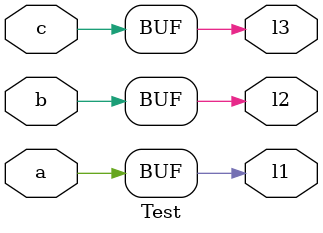
<source format=sv>
module Test(
input a, 
input b, 
input c,
output l1,
output l2, 
output l3
);

assign l1 = a;
assign l2 = b;
assign l3 = c;

endmodule
</source>
